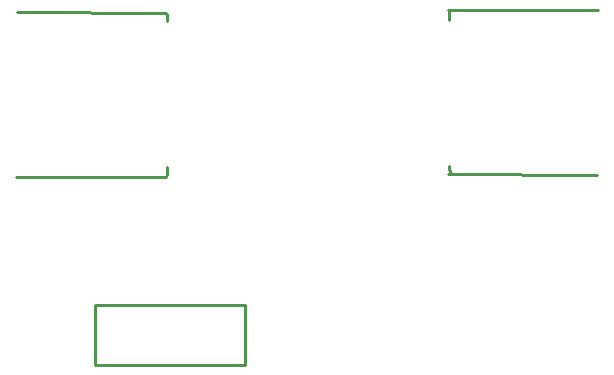
<source format=gbo>
G04 DipTrace 3.0.0.1*
G04 Arm-shield_lay_V2.GBO*
%MOIN*%
G04 #@! TF.FileFunction,Legend,Bot*
G04 #@! TF.Part,Single*
%ADD10C,0.009843*%
%FSLAX26Y26*%
G04*
G70*
G90*
G75*
G01*
G04 BotSilk*
%LPD*%
X662783Y419018D2*
D10*
X1162783D1*
Y619018D1*
X662783D1*
Y419018D1*
X1841744Y1595007D2*
Y1567437D1*
X1839433Y1600938D2*
X2339423D1*
X902712Y1049438D2*
Y1077008D1*
X2335482Y1051728D2*
X1839433Y1053706D1*
X1843714Y1055683D2*
X1841744Y1079299D1*
X898772Y1043507D2*
X398782D1*
X402722Y1592717D2*
X898772Y1590739D1*
X900742Y1588762D2*
X902712Y1565146D1*
M02*

</source>
